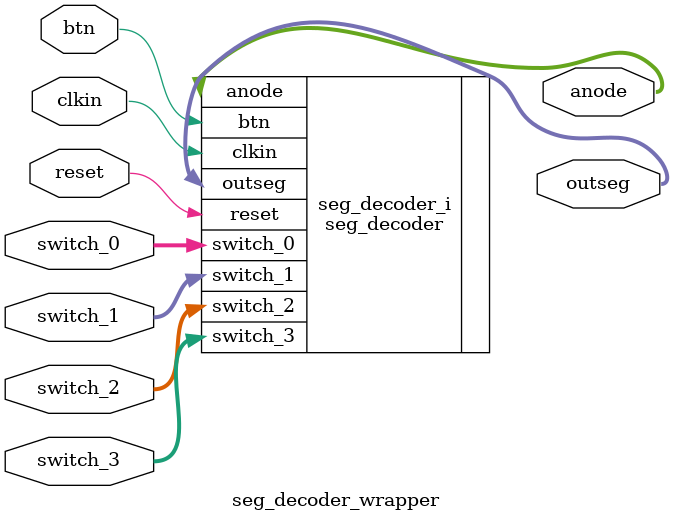
<source format=v>
`timescale 1 ps / 1 ps

module seg_decoder_wrapper
   (anode,
    btn,
    clkin,
    outseg,
    reset,
    switch_0,
    switch_1,
    switch_2,
    switch_3);
  output [0:3]anode;
  input btn;
  input clkin;
  output [0:6]outseg;
  input reset;
  input [3:0]switch_0;
  input [3:0]switch_1;
  input [3:0]switch_2;
  input [3:0]switch_3;

  wire [0:3]anode;
  wire btn;
  wire clkin;
  wire [0:6]outseg;
  wire reset;
  wire [3:0]switch_0;
  wire [3:0]switch_1;
  wire [3:0]switch_2;
  wire [3:0]switch_3;

  seg_decoder seg_decoder_i
       (.anode(anode),
        .btn(btn),
        .clkin(clkin),
        .outseg(outseg),
        .reset(reset),
        .switch_0(switch_0),
        .switch_1(switch_1),
        .switch_2(switch_2),
        .switch_3(switch_3));
endmodule

</source>
